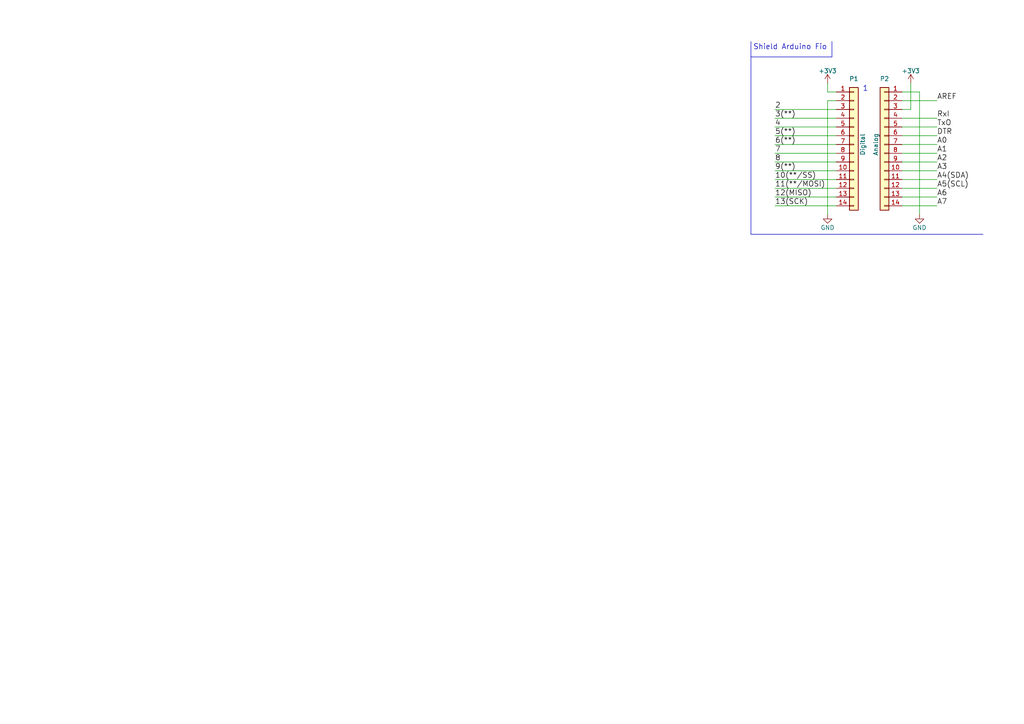
<source format=kicad_sch>
(kicad_sch (version 20230121) (generator eeschema)
  (paper "A4")
  (title_block (date "sam. 04 avril 2015"))
  (lib_symbols
    (symbol "Arduino_Fio-rescue:+3.3V-power" (power) (pin_names (offset 0))
      (property "Value" "+3.3V-power" (at 0 3.556 0))
      (symbol "+3.3V-power_0_1"
        (polyline (pts (xy -0.762 1.27) (xy 0 2.54)))
        (polyline (pts (xy 0 0) (xy 0 2.54)))
        (polyline (pts (xy 0 2.54) (xy 0.762 1.27)))
      )
      (symbol "+3.3V-power_1_1"
        (pin power_in line (at 0 0 90) (length 0) hide (name "+3V3") (number "1"))
      )
    )
    (symbol "Connector_Generic:Conn_01x14" (pin_names (offset 1.016) hide)
      (property "Reference" "J" (at 0 17.78 0))
      (property "Value" "Conn_01x14" (at 0 -20.32 0))
      (symbol "Conn_01x14_1_1"
        (rectangle (start -1.27 -17.653) (end 0 -17.907) (stroke (width 0.1524)))
        (rectangle (start -1.27 -15.113) (end 0 -15.367) (stroke (width 0.1524)))
        (rectangle (start -1.27 -12.573) (end 0 -12.827) (stroke (width 0.1524)))
        (rectangle (start -1.27 -10.033) (end 0 -10.287) (stroke (width 0.1524)))
        (rectangle (start -1.27 -7.493) (end 0 -7.747) (stroke (width 0.1524)))
        (rectangle (start -1.27 -4.953) (end 0 -5.207) (stroke (width 0.1524)))
        (rectangle (start -1.27 -2.413) (end 0 -2.667) (stroke (width 0.1524)))
        (rectangle (start -1.27 0.127) (end 0 -0.127) (stroke (width 0.1524)))
        (rectangle (start -1.27 2.667) (end 0 2.413) (stroke (width 0.1524)))
        (rectangle (start -1.27 5.207) (end 0 4.953) (stroke (width 0.1524)))
        (rectangle (start -1.27 7.747) (end 0 7.493) (stroke (width 0.1524)))
        (rectangle (start -1.27 10.287) (end 0 10.033) (stroke (width 0.1524)))
        (rectangle (start -1.27 12.827) (end 0 12.573) (stroke (width 0.1524)))
        (rectangle (start -1.27 15.367) (end 0 15.113) (stroke (width 0.1524)))
        (rectangle (start -1.27 16.51) (end 1.27 -19.05) (stroke (width 0.254)) (fill (type background)))
        (pin passive line (at -5.08 15.24 0) (length 3.81) (name "Pin_1") (number "1"))
        (pin passive line (at -5.08 -7.62 0) (length 3.81) (name "Pin_10") (number "10"))
        (pin passive line (at -5.08 -10.16 0) (length 3.81) (name "Pin_11") (number "11"))
        (pin passive line (at -5.08 -12.7 0) (length 3.81) (name "Pin_12") (number "12"))
        (pin passive line (at -5.08 -15.24 0) (length 3.81) (name "Pin_13") (number "13"))
        (pin passive line (at -5.08 -17.78 0) (length 3.81) (name "Pin_14") (number "14"))
        (pin passive line (at -5.08 12.7 0) (length 3.81) (name "Pin_2") (number "2"))
        (pin passive line (at -5.08 10.16 0) (length 3.81) (name "Pin_3") (number "3"))
        (pin passive line (at -5.08 7.62 0) (length 3.81) (name "Pin_4") (number "4"))
        (pin passive line (at -5.08 5.08 0) (length 3.81) (name "Pin_5") (number "5"))
        (pin passive line (at -5.08 2.54 0) (length 3.81) (name "Pin_6") (number "6"))
        (pin passive line (at -5.08 0 0) (length 3.81) (name "Pin_7") (number "7"))
        (pin passive line (at -5.08 -2.54 0) (length 3.81) (name "Pin_8") (number "8"))
        (pin passive line (at -5.08 -5.08 0) (length 3.81) (name "Pin_9") (number "9"))
      )
    )
    (symbol "power:GND" (power) (pin_names (offset 0))
      (property "Value" "GND" (at 0 -3.81 0))
      (symbol "GND_0_1"
        (polyline (pts (xy 0 0) (xy 0 -1.27) (xy 1.27 -1.27) (xy 0 -2.54) (xy -1.27 -1.27) (xy 0 -1.27)))
      )
      (symbol "GND_1_1"
        (pin power_in line (at 0 0 270) (length 0) hide (name "GND") (number "1"))
      )
    )
  )
  (wire (pts (xy 261.62 31.75) (xy 264.16 31.75)))
  (wire (pts (xy 242.57 39.37) (xy 224.79 39.37)))
  (wire (pts (xy 224.79 46.99) (xy 242.57 46.99)))
  (polyline (pts (xy 217.805 12.065) (xy 217.805 67.945)))
  (wire (pts (xy 264.16 31.75) (xy 264.16 24.13)))
  (wire (pts (xy 242.57 49.53) (xy 224.79 49.53)))
  (wire (pts (xy 266.7 26.67) (xy 266.7 62.23)))
  (wire (pts (xy 271.78 49.53) (xy 261.62 49.53)))
  (wire (pts (xy 242.57 26.67) (xy 240.03 26.67)))
  (wire (pts (xy 242.57 29.21) (xy 240.03 29.21)))
  (wire (pts (xy 271.78 57.15) (xy 261.62 57.15)))
  (polyline (pts (xy 217.805 67.945) (xy 285.115 67.945)))
  (wire (pts (xy 261.62 44.45) (xy 271.78 44.45)))
  (wire (pts (xy 271.78 59.69) (xy 261.62 59.69)))
  (wire (pts (xy 224.79 52.07) (xy 242.57 52.07)))
  (wire (pts (xy 224.79 34.29) (xy 242.57 34.29)))
  (wire (pts (xy 224.79 36.83) (xy 242.57 36.83)))
  (wire (pts (xy 261.62 54.61) (xy 271.78 54.61)))
  (wire (pts (xy 261.62 26.67) (xy 266.7 26.67)))
  (polyline (pts (xy 241.3 16.51) (xy 241.3 12.065)))
  (wire (pts (xy 224.79 54.61) (xy 242.57 54.61)))
  (wire (pts (xy 271.78 36.83) (xy 261.62 36.83)))
  (wire (pts (xy 224.79 57.15) (xy 242.57 57.15)))
  (wire (pts (xy 242.57 59.69) (xy 224.79 59.69)))
  (wire (pts (xy 271.78 46.99) (xy 261.62 46.99)))
  (wire (pts (xy 271.78 39.37) (xy 261.62 39.37)))
  (wire (pts (xy 271.78 52.07) (xy 261.62 52.07)))
  (wire (pts (xy 271.78 34.29) (xy 261.62 34.29)))
  (wire (pts (xy 224.79 41.91) (xy 242.57 41.91)))
  (polyline (pts (xy 217.805 16.51) (xy 241.3 16.51)))
  (wire (pts (xy 240.03 26.67) (xy 240.03 24.13)))
  (wire (pts (xy 224.79 44.45) (xy 242.57 44.45)))
  (wire (pts (xy 240.03 29.21) (xy 240.03 62.23)))
  (wire (pts (xy 261.62 29.21) (xy 271.78 29.21)))
  (wire (pts (xy 224.79 31.75) (xy 242.57 31.75)))
  (wire (pts (xy 271.78 41.91) (xy 261.62 41.91)))
  (text "Shield Arduino Fio " (at 218.44 14.605 0) (effects (font (size 1.524 1.524)) (justify left bottom)))
  (text "1" (at 250.19 26.67 0) (effects (font (size 1.524 1.524)) (justify left bottom)))
  (label "A4(SDA)" (at 271.78 52.07 0) (effects (font (size 1.524 1.524))))
  (label "13(SCK)" (at 224.79 59.69 0) (effects (font (size 1.524 1.524))))
  (label "A7" (at 271.78 59.69 0) (effects (font (size 1.524 1.524))))
  (label "4" (at 224.79 36.83 0) (effects (font (size 1.524 1.524))))
  (label "2" (at 224.79 31.75 0) (effects (font (size 1.524 1.524))))
  (label "5(**)" (at 224.79 39.37 0) (effects (font (size 1.524 1.524))))
  (label "12(MISO)" (at 224.79 57.15 0) (effects (font (size 1.524 1.524))))
  (label "9(**)" (at 224.79 49.53 0) (effects (font (size 1.524 1.524))))
  (label "11(**/MOSI)" (at 224.79 54.61 0) (effects (font (size 1.524 1.524))))
  (label "3(**)" (at 224.79 34.29 0) (effects (font (size 1.524 1.524))))
  (label "10(**/SS)" (at 224.79 52.07 0) (effects (font (size 1.524 1.524))))
  (label "A0" (at 271.78 41.91 0) (effects (font (size 1.524 1.524))))
  (label "6(**)" (at 224.79 41.91 0) (effects (font (size 1.524 1.524))))
  (label "8" (at 224.79 46.99 0) (effects (font (size 1.524 1.524))))
  (label "A6" (at 271.78 57.15 0) (effects (font (size 1.524 1.524))))
  (label "RxI" (at 271.78 34.29 0) (effects (font (size 1.524 1.524))))
  (label "A3" (at 271.78 49.53 0) (effects (font (size 1.524 1.524))))
  (label "TxO" (at 271.78 36.83 0) (effects (font (size 1.524 1.524))))
  (label "AREF" (at 271.78 29.21 0) (effects (font (size 1.524 1.524))))
  (label "7" (at 224.79 44.45 0) (effects (font (size 1.524 1.524))))
  (label "A2" (at 271.78 46.99 0) (effects (font (size 1.524 1.524))))
  (label "A5(SCL)" (at 271.78 54.61 0) (effects (font (size 1.524 1.524))))
  (label "A1" (at 271.78 44.45 0) (effects (font (size 1.524 1.524))))
  (label "DTR" (at 271.78 39.37 0) (effects (font (size 1.524 1.524))))
  (symbol (lib_id "Connector_Generic:Conn_01x14") (at 247.65 41.91 0) (unit 1)
    (property "Reference" "P1" (at 247.65 22.86 0))
    (property "Value" "Digital" (at 250.19 41.91 90))
    (property "Footprint" "Socket_Arduino_Fio:Socket_Strip_Straight_1x14" (effects hide))
  )
  (symbol (lib_id "Connector_Generic:Conn_01x14") (at 256.54 41.91 0) (mirror y) (unit 1)
    (property "Reference" "P2" (at 256.54 22.86 0))
    (property "Value" "Analog" (at 254 41.91 90))
    (property "Footprint" "Socket_Arduino_Fio:Socket_Strip_Straight_1x14" (effects hide))
  )
  (symbol (lib_id "Arduino_Fio-rescue:+3.3V-power") (at 240.03 24.13 0) (unit 1)
    (property "Reference" "#PWR01" (effects hide))
    (property "Value" "+3.3V" (at 240.03 20.574 0))
  )
  (symbol (lib_id "power:GND") (at 240.03 62.23 0) (unit 1)
    (property "Reference" "#PWR02" (effects hide))
    (property "Value" "GND" (at 240.03 66.04 0))
  )
  (symbol (lib_id "Arduino_Fio-rescue:+3.3V-power") (at 264.16 24.13 0) (unit 1)
    (property "Reference" "#PWR03" (effects hide))
    (property "Value" "+3.3V" (at 264.16 20.574 0))
  )
  (symbol (lib_id "power:GND") (at 266.7 62.23 0) (unit 1)
    (property "Reference" "#PWR04" (effects hide))
    (property "Value" "GND" (at 266.7 66.04 0))
  )
)
</source>
